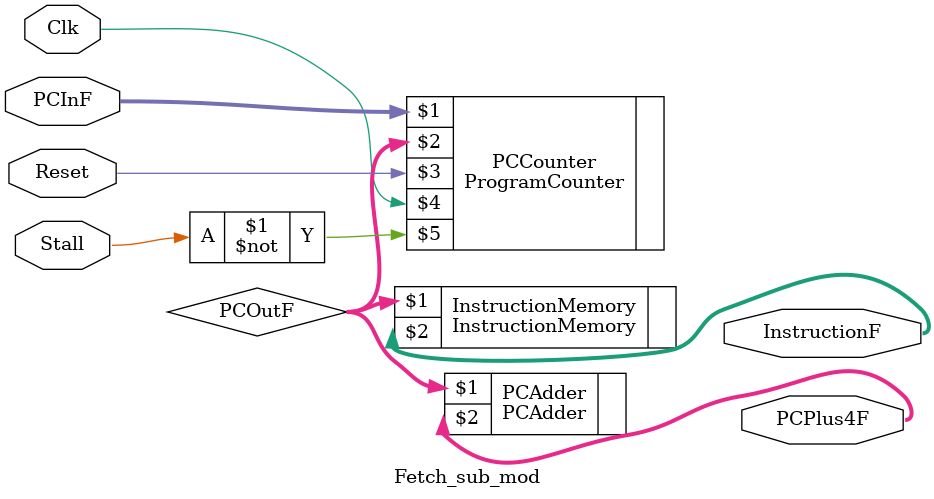
<source format=v>
`timescale 1ns / 1ps


module Fetch_sub_mod(
Clk, Reset, Stall, PCPlus4F, InstructionF, PCInF
);

    input Clk, Reset, Stall;
    input [31:0] PCInF;
    output wire [31:0] PCPlus4F, InstructionF;
    
    wire [31:0] PCOutF;
    
     


    ProgramCounter PCCounter(PCInF, PCOutF, Reset, Clk, ~Stall);
    PCAdder PCAdder(PCOutF, PCPlus4F);
    InstructionMemory InstructionMemory(PCOutF, InstructionF);

endmodule

</source>
